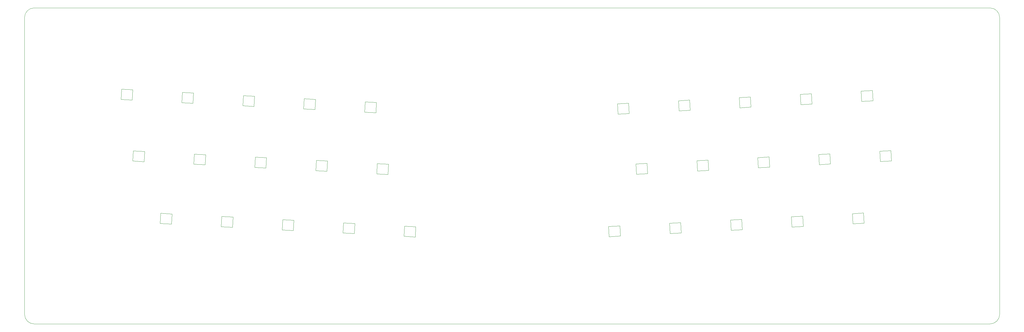
<source format=gbr>
G04 #@! TF.GenerationSoftware,KiCad,Pcbnew,(6.0.10)*
G04 #@! TF.CreationDate,2023-01-29T02:39:10+09:00*
G04 #@! TF.ProjectId,GT40,47543430-2e6b-4696-9361-645f70636258,rev?*
G04 #@! TF.SameCoordinates,Original*
G04 #@! TF.FileFunction,Profile,NP*
%FSLAX46Y46*%
G04 Gerber Fmt 4.6, Leading zero omitted, Abs format (unit mm)*
G04 Created by KiCad (PCBNEW (6.0.10)) date 2023-01-29 02:39:10*
%MOMM*%
%LPD*%
G01*
G04 APERTURE LIST*
G04 #@! TA.AperFunction,Profile*
%ADD10C,0.100000*%
G04 #@! TD*
G04 #@! TA.AperFunction,Profile*
%ADD11C,0.120000*%
G04 #@! TD*
G04 APERTURE END LIST*
D10*
X19275000Y-113050000D02*
G75*
G03*
X22275000Y-116050000I3000000J0D01*
G01*
X22275000Y-17250000D02*
G75*
G03*
X19275000Y-20250000I0J-3000000D01*
G01*
X320625000Y-116050000D02*
G75*
G03*
X323625000Y-113050000I0J3000000D01*
G01*
X323625000Y-20250000D02*
G75*
G03*
X320625000Y-17250000I-3000000J0D01*
G01*
X19275000Y-20250000D02*
X19275000Y-113050000D01*
X320625000Y-17250000D02*
X22275000Y-17250000D01*
X323625000Y-20250000D02*
X323625000Y-113050000D01*
X22275000Y-116050000D02*
X320625000Y-116050000D01*
D11*
X53224336Y-61901705D02*
X56719539Y-62084881D01*
X53056861Y-65097319D02*
X53224336Y-61901705D01*
X56552064Y-65280495D02*
X53056861Y-65097319D01*
X56719539Y-62084881D02*
X56552064Y-65280495D01*
X289650964Y-61836505D02*
X289818439Y-65032119D01*
X286155761Y-62019681D02*
X289650964Y-61836505D01*
X289818439Y-65032119D02*
X286323236Y-65215295D01*
X286323236Y-65215295D02*
X286155761Y-62019681D01*
X122153664Y-87790295D02*
X118658461Y-87607119D01*
X122321139Y-84594681D02*
X122153664Y-87790295D01*
X118825936Y-84411505D02*
X122321139Y-84594681D01*
X118658461Y-87607119D02*
X118825936Y-84411505D01*
X110316536Y-64896105D02*
X113811739Y-65079281D01*
X113644264Y-68274895D02*
X110149061Y-68091719D01*
X113811739Y-65079281D02*
X113644264Y-68274895D01*
X110149061Y-68091719D02*
X110316536Y-64896105D01*
X71837564Y-47005295D02*
X68342361Y-46822119D01*
X68509836Y-43626505D02*
X72005039Y-43809681D01*
X72005039Y-43809681D02*
X71837564Y-47005295D01*
X68342361Y-46822119D02*
X68509836Y-43626505D01*
X251603064Y-63830105D02*
X251770539Y-67025719D01*
X248275336Y-67208895D02*
X248107861Y-64013281D01*
X251770539Y-67025719D02*
X248275336Y-67208895D01*
X248107861Y-64013281D02*
X251603064Y-63830105D01*
X245998539Y-48251519D02*
X242503336Y-48434695D01*
X242503336Y-48434695D02*
X242335861Y-45239081D01*
X242335861Y-45239081D02*
X245831064Y-45055905D01*
X245831064Y-45055905D02*
X245998539Y-48251519D01*
X52846264Y-46008795D02*
X49351061Y-45825619D01*
X53013739Y-42813181D02*
X52846264Y-46008795D01*
X49351061Y-45825619D02*
X49518536Y-42630005D01*
X49518536Y-42630005D02*
X53013739Y-42813181D01*
X239595061Y-83535381D02*
X243090264Y-83352205D01*
X243257739Y-86547819D02*
X239762536Y-86730995D01*
X243090264Y-83352205D02*
X243257739Y-86547819D01*
X239762536Y-86730995D02*
X239595061Y-83535381D01*
X201555561Y-85537181D02*
X205050764Y-85354005D01*
X201723036Y-88732795D02*
X201555561Y-85537181D01*
X205218239Y-88549619D02*
X201723036Y-88732795D01*
X205050764Y-85354005D02*
X205218239Y-88549619D01*
X229087761Y-65009781D02*
X232582964Y-64826605D01*
X232750439Y-68022219D02*
X229255236Y-68205395D01*
X229255236Y-68205395D02*
X229087761Y-65009781D01*
X232582964Y-64826605D02*
X232750439Y-68022219D01*
X210060061Y-66007481D02*
X213555264Y-65824305D01*
X213722739Y-69019919D02*
X210227536Y-69203095D01*
X210227536Y-69203095D02*
X210060061Y-66007481D01*
X213555264Y-65824305D02*
X213722739Y-69019919D01*
X72268836Y-62907005D02*
X75764039Y-63090181D01*
X75764039Y-63090181D02*
X75596564Y-66285795D01*
X75596564Y-66285795D02*
X72101361Y-66102619D01*
X72101361Y-66102619D02*
X72268836Y-62907005D01*
X99640161Y-86621419D02*
X99807636Y-83425805D01*
X99807636Y-83425805D02*
X103302839Y-83608981D01*
X103135364Y-86804595D02*
X99640161Y-86621419D01*
X103302839Y-83608981D02*
X103135364Y-86804595D01*
X264848764Y-44057405D02*
X265016239Y-47253019D01*
X261353561Y-44240581D02*
X264848764Y-44057405D01*
X261521036Y-47436195D02*
X261353561Y-44240581D01*
X265016239Y-47253019D02*
X261521036Y-47436195D01*
X91028939Y-44814181D02*
X90861464Y-48009795D01*
X90861464Y-48009795D02*
X87366261Y-47826619D01*
X87533736Y-44631005D02*
X91028939Y-44814181D01*
X87366261Y-47826619D02*
X87533736Y-44631005D01*
X270598464Y-62835405D02*
X270765939Y-66031019D01*
X267103261Y-63018581D02*
X270598464Y-62835405D01*
X270765939Y-66031019D02*
X267270736Y-66214195D01*
X267270736Y-66214195D02*
X267103261Y-63018581D01*
X220544261Y-84534381D02*
X224039464Y-84351205D01*
X224206939Y-87546819D02*
X220711736Y-87729995D01*
X224039464Y-84351205D02*
X224206939Y-87546819D01*
X220711736Y-87729995D02*
X220544261Y-84534381D01*
X128920464Y-49993095D02*
X125425261Y-49809919D01*
X125592736Y-46614305D02*
X129087939Y-46797481D01*
X125425261Y-49809919D02*
X125592736Y-46614305D01*
X129087939Y-46797481D02*
X128920464Y-49993095D01*
X94787839Y-64081481D02*
X94620364Y-67277095D01*
X94620364Y-67277095D02*
X91125161Y-67093919D01*
X91125161Y-67093919D02*
X91292636Y-63898305D01*
X91292636Y-63898305D02*
X94787839Y-64081481D01*
X277640861Y-81543081D02*
X281136064Y-81359905D01*
X281136064Y-81359905D02*
X281303539Y-84555519D01*
X281303539Y-84555519D02*
X277808336Y-84738695D01*
X277808336Y-84738695D02*
X277640861Y-81543081D01*
X262112164Y-82357605D02*
X262279639Y-85553219D01*
X258784436Y-85736395D02*
X258616961Y-82540781D01*
X258616961Y-82540781D02*
X262112164Y-82357605D01*
X262279639Y-85553219D02*
X258784436Y-85736395D01*
X284037239Y-46258819D02*
X280542036Y-46441995D01*
X280542036Y-46441995D02*
X280374561Y-43246381D01*
X283869764Y-43063205D02*
X284037239Y-46258819D01*
X280374561Y-43246381D02*
X283869764Y-43063205D01*
X129173561Y-69089419D02*
X129341036Y-65893805D01*
X132836239Y-66076981D02*
X132668764Y-69272595D01*
X132668764Y-69272595D02*
X129173561Y-69089419D01*
X129341036Y-65893805D02*
X132836239Y-66076981D01*
X80819236Y-82422705D02*
X84314439Y-82605881D01*
X80651761Y-85618319D02*
X80819236Y-82422705D01*
X84146964Y-85801495D02*
X80651761Y-85618319D01*
X84314439Y-82605881D02*
X84146964Y-85801495D01*
X61592361Y-84634919D02*
X61759836Y-81439305D01*
X65087564Y-84818095D02*
X61592361Y-84634919D01*
X61759836Y-81439305D02*
X65255039Y-81622481D01*
X65255039Y-81622481D02*
X65087564Y-84818095D01*
X137868536Y-85438605D02*
X141363739Y-85621781D01*
X141363739Y-85621781D02*
X141196264Y-88817395D01*
X141196264Y-88817395D02*
X137701061Y-88634219D01*
X137701061Y-88634219D02*
X137868536Y-85438605D01*
X207792664Y-47045005D02*
X207960139Y-50240619D01*
X207960139Y-50240619D02*
X204464936Y-50423795D01*
X204464936Y-50423795D02*
X204297461Y-47228181D01*
X204297461Y-47228181D02*
X207792664Y-47045005D01*
X106556736Y-45625005D02*
X110051939Y-45808181D01*
X106389261Y-48820619D02*
X106556736Y-45625005D01*
X109884464Y-49003795D02*
X106389261Y-48820619D01*
X110051939Y-45808181D02*
X109884464Y-49003795D01*
X223500936Y-49428695D02*
X223333461Y-46233081D01*
X223333461Y-46233081D02*
X226828664Y-46049905D01*
X226996139Y-49245519D02*
X223500936Y-49428695D01*
X226828664Y-46049905D02*
X226996139Y-49245519D01*
M02*

</source>
